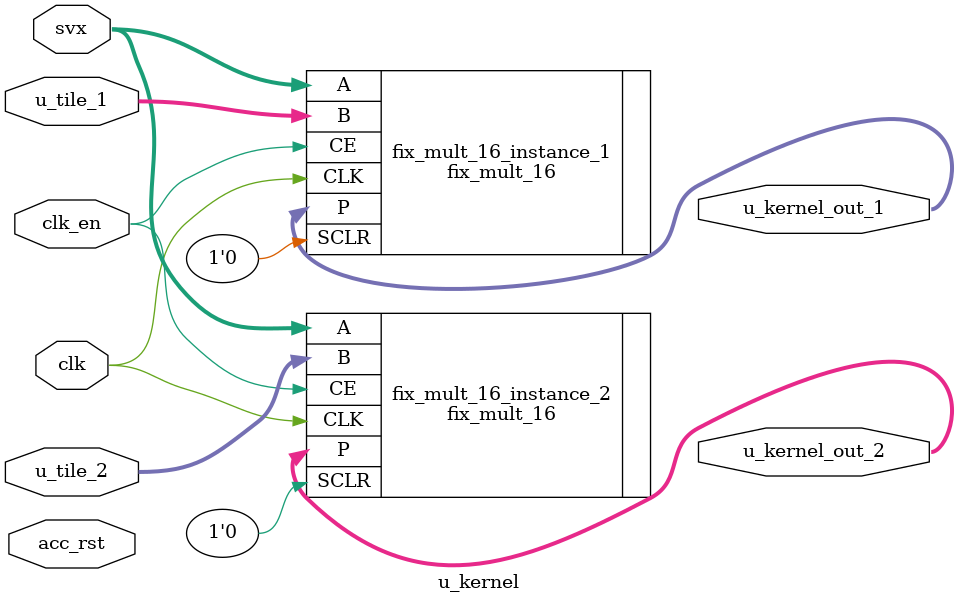
<source format=v>
`timescale 1ns / 1ps

module u_kernel(
    input clk,
    input clk_en,
    input acc_rst,  // Renamed for consistency
    input [15:0] svx,
    input [15:0] u_tile_1,
    input [15:0] u_tile_2,
    output wire [15:0] u_kernel_out_1,  // Added comma
    output wire [15:0] u_kernel_out_2
);

// Instantiate multipliers
fix_mult_16 fix_mult_16_instance_1 (
    .CLK(clk),
    .A(svx),
    .B(u_tile_1),
    .CE(clk_en),
    .SCLR(1'b0),  // Updated to rst
    .P(u_kernel_out_1)
);

fix_mult_16 fix_mult_16_instance_2 (
    .CLK(clk),
    .A(svx),
    .B(u_tile_2),
    .CE(clk_en),
    .SCLR(1'b0),  // Updated to rst
    .P(u_kernel_out_2)
);

endmodule

</source>
